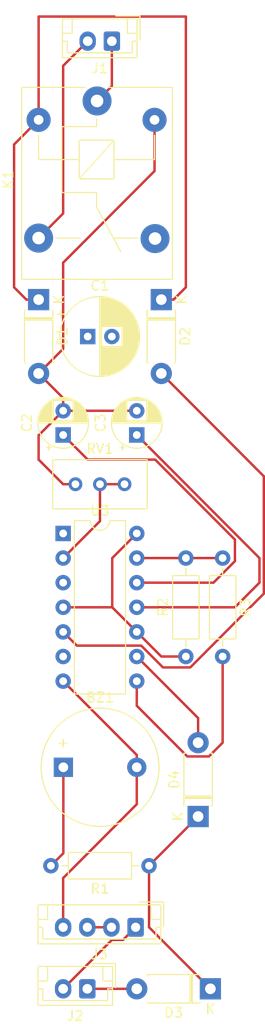
<source format=kicad_pcb>
(kicad_pcb (version 20221018) (generator pcbnew)
  (layers (0 "F.Cu" signal) (31 "B.Cu" signal) (34 "B.Paste" user) (35 "F.Paste" user) (36 "B.SilkS" user "B.Silkscreen") (37 "F.SilkS" user "F.Silkscreen") (38 "B.Mask" user) (39 "F.Mask" user) (44 "Edge.Cuts" user))
  (net 0 "")
  (net 1 "Net-(BZ1--)")
  (net 2 "GNDREF")
  (net 3 "Net-(D3-A)")
  (net 4 "Net-(U3A-THR)")
  (net 5 "Net-(U3B-THR)")
  (net 6 "Net-(U3B-CV)")
  (net 7 "Net-(D1-K)")
  (net 8 "Net-(D2-A)")
  (net 9 "Net-(D3-K)")
  (net 10 "Net-(D4-A)")
  (net 11 "+12C")
  (net 12 "GND1")
  (net 13 "VCC")
  (net 14 "Net-(J3-Pin_2)")
  (net 16 "Net-(U3B-DIS)")
  (footprint "Resistor_THT:R_Axial_DIN0207_L6.3mm_D2.5mm_P10.16mm_Horizontal" (layer "F.Cu") (at 128.27 123.19 180)
    (fp_text reference "R1" (at 5.08 -2.37) (layer "F.SilkS"))
    (fp_text value "R")
    (pad "1" thru_hole circle (at 0 0 180) (size 1.6 1.6) (drill 0.8) (layers "*.Cu" "*.Mask") (net 9 "Net-(D3-K)"))
    (pad "2" thru_hole oval (at 10.16 0 180) (size 1.6 1.6) (drill 0.8) (layers "*.Cu" "*.Mask") (net 1 "Net-(BZ1--)"))
  )
  (footprint "Buzzer_Beeper:Buzzer_12x9.5RM7.6" (layer "F.Cu") (at 119.4 113.03)
    (fp_text reference "BZ1" (at 3.8 -7.2) (layer "F.SilkS"))
    (fp_text value "Buzzer")
    (fp_text user "+" (at -0.01 -2.54) (layer "F.SilkS"))
    (pad "1" thru_hole rect (at 0 0) (size 2 2) (drill 1) (layers "*.Cu" "*.Mask") (net 1 "Net-(BZ1--)"))
    (pad "2" thru_hole circle (at 7.6 0) (size 2 2) (drill 1) (layers "*.Cu" "*.Mask") (net 2 "GNDREF"))
  )
  (footprint "Resistor_THT:R_Axial_DIN0207_L6.3mm_D2.5mm_P10.16mm_Horizontal" (layer "F.Cu") (at 132.08 101.6 90)
    (fp_text reference "R2" (at 5.08 -2.37 90) (layer "F.SilkS"))
    (fp_text value "R")
    (pad "1" thru_hole circle (at 0 0 90) (size 1.6 1.6) (drill 0.8) (layers "*.Cu" "*.Mask") (net 13 "VCC"))
    (pad "2" thru_hole oval (at 10.16 0 90) (size 1.6 1.6) (drill 0.8) (layers "*.Cu" "*.Mask") (net 16 "Net-(U3B-DIS)"))
  )
  (footprint "Diode_THT:D_DO-41_SOD81_P7.62mm_Horizontal" (layer "F.Cu") (at 133.35 118.11 90)
    (fp_text reference "D4" (at 3.81 -2.47 90) (layer "F.SilkS"))
    (fp_text value "1N4001")
    (fp_text user "K" (at 0 -2.1 90) (layer "F.SilkS"))
    (pad "1" thru_hole rect (at 0 0 90) (size 2.2 2.2) (drill 1.1) (layers "*.Cu" "*.Mask") (net 9 "Net-(D3-K)"))
    (pad "2" thru_hole oval (at 7.62 0 90) (size 2.2 2.2) (drill 1.1) (layers "*.Cu" "*.Mask") (net 10 "Net-(D4-A)"))
  )
  (footprint "Diode_THT:D_DO-41_SOD81_P7.62mm_Horizontal" (layer "F.Cu") (at 134.62 135.89 180)
    (fp_text reference "D3" (at 3.81 -2.47) (layer "F.SilkS"))
    (fp_text value "1N4001")
    (fp_text user "K" (at 0 -2.1) (layer "F.SilkS"))
    (pad "1" thru_hole rect (at 0 0 180) (size 2.2 2.2) (drill 1.1) (layers "*.Cu" "*.Mask") (net 9 "Net-(D3-K)"))
    (pad "2" thru_hole oval (at 7.62 0 180) (size 2.2 2.2) (drill 1.1) (layers "*.Cu" "*.Mask") (net 3 "Net-(D3-A)"))
  )
  (footprint "Connector_JST:JST_EH_B2B-EH-A_1x02_P2.50mm_Vertical" (layer "F.Cu") (at 121.88 135.89 180)
    (fp_text reference "J2" (at 1.25 -2.8) (layer "F.SilkS"))
    (fp_text value "Barrel_Jack")
    (pad "1" thru_hole roundrect (at 0 0 180) (size 1.7 2) (drill 1) (layers "*.Cu" "*.Mask") (roundrect_rratio 0.147059) (net 3 "Net-(D3-A)"))
    (pad "2" thru_hole oval (at 2.5 0 180) (size 1.7 2) (drill 1) (layers "*.Cu" "*.Mask") (net 13 "VCC"))
  )
  (footprint "Package_DIP:DIP-14_W7.62mm" (layer "F.Cu") (at 119.38 88.9)
    (fp_text reference "U3" (at 3.81 -2.33) (layer "F.SilkS"))
    (fp_text value "LM556")
    (pad "1" thru_hole rect (at 0 0) (size 1.6 1.6) (drill 0.8) (layers "*.Cu" "*.Mask"))
    (pad "2" thru_hole oval (at 0 2.54) (size 1.6 1.6) (drill 0.8) (layers "*.Cu" "*.Mask") (net 4 "Net-(U3A-THR)"))
    (pad "3" thru_hole oval (at 0 5.08) (size 1.6 1.6) (drill 0.8) (layers "*.Cu" "*.Mask"))
    (pad "4" thru_hole oval (at 0 7.62) (size 1.6 1.6) (drill 0.8) (layers "*.Cu" "*.Mask") (net 13 "VCC"))
    (pad "5" thru_hole oval (at 0 10.16) (size 1.6 1.6) (drill 0.8) (layers "*.Cu" "*.Mask") (net 8 "Net-(D2-A)"))
    (pad "6" thru_hole oval (at 0 12.7) (size 1.6 1.6) (drill 0.8) (layers "*.Cu" "*.Mask"))
    (pad "7" thru_hole oval (at 0 15.24) (size 1.6 1.6) (drill 0.8) (layers "*.Cu" "*.Mask") (net 2 "GNDREF"))
    (pad "8" thru_hole oval (at 7.62 15.24) (size 1.6 1.6) (drill 0.8) (layers "*.Cu" "*.Mask") (net 5 "Net-(U3B-THR)"))
    (pad "9" thru_hole oval (at 7.62 12.7) (size 1.6 1.6) (drill 0.8) (layers "*.Cu" "*.Mask") (net 10 "Net-(D4-A)"))
    (pad "10" thru_hole oval (at 7.62 10.16) (size 1.6 1.6) (drill 0.8) (layers "*.Cu" "*.Mask") (net 13 "VCC"))
    (pad "11" thru_hole oval (at 7.62 7.62) (size 1.6 1.6) (drill 0.8) (layers "*.Cu" "*.Mask") (net 6 "Net-(U3B-CV)"))
    (pad "12" thru_hole oval (at 7.62 5.08) (size 1.6 1.6) (drill 0.8) (layers "*.Cu" "*.Mask") (net 5 "Net-(U3B-THR)"))
    (pad "13" thru_hole oval (at 7.62 2.54) (size 1.6 1.6) (drill 0.8) (layers "*.Cu" "*.Mask") (net 16 "Net-(U3B-DIS)"))
    (pad "14" thru_hole oval (at 7.62 0) (size 1.6 1.6) (drill 0.8) (layers "*.Cu" "*.Mask") (net 13 "VCC"))
  )
  (footprint "Capacitor_THT:CP_Radial_D5.0mm_P2.50mm" (layer "F.Cu") (at 127 78.74 90)
    (fp_text reference "C3" (at 1.25 -3.75 90) (layer "F.SilkS"))
    (fp_text value "C_Polarized")
    (pad "1" thru_hole rect (at 0 0 90) (size 1.6 1.6) (drill 0.8) (layers "*.Cu" "*.Mask") (net 6 "Net-(U3B-CV)"))
    (pad "2" thru_hole circle (at 2.5 0 90) (size 1.6 1.6) (drill 0.8) (layers "*.Cu" "*.Mask") (net 2 "GNDREF"))
  )
  (footprint "Potentiometer_THT:Potentiometer_Bourns_3296W_Vertical" (layer "F.Cu") (at 125.73 83.82)
    (fp_text reference "RV1" (at -2.54 -3.66) (layer "F.SilkS"))
    (fp_text value "R_Potentiometer")
    (pad "1" thru_hole circle (at 0 0) (size 1.44 1.44) (drill 0.8) (layers "*.Cu" "*.Mask") (net 4 "Net-(U3A-THR)"))
    (pad "2" thru_hole circle (at -2.54 0) (size 1.44 1.44) (drill 0.8) (layers "*.Cu" "*.Mask") (net 4 "Net-(U3A-THR)"))
    (pad "3" thru_hole circle (at -5.08 0) (size 1.44 1.44) (drill 0.8) (layers "*.Cu" "*.Mask") (net 2 "GNDREF"))
  )
  (footprint "Relay_THT:Relay_SPDT_SANYOU_SRD_Series_Form_C" (layer "F.Cu") (at 122.89 44.27 -90)
    (fp_text reference "K1" (at 8.1 9.2 90) (layer "F.SilkS"))
    (fp_text value "SANYOU_SRD_Form_C")
    (pad "1" thru_hole circle (at 0 0) (size 3 3) (drill 1.3) (layers "*.Cu" "*.Mask") (net 11 "+12C"))
    (pad "2" thru_hole circle (at 1.95 6.05) (size 2.5 2.5) (drill 1) (layers "*.Cu" "*.Mask") (net 7 "Net-(D1-K)"))
    (pad "3" thru_hole circle (at 14.15 6.05) (size 3 3) (drill 1.3) (layers "*.Cu" "*.Mask") (net 12 "GND1"))
    (pad "4" thru_hole circle (at 14.2 -6) (size 3 3) (drill 1.3) (layers "*.Cu" "*.Mask"))
    (pad "5" thru_hole circle (at 1.95 -5.95) (size 2.5 2.5) (drill 1) (layers "*.Cu" "*.Mask") (net 2 "GNDREF"))
  )
  (footprint "Diode_THT:D_DO-41_SOD81_P7.62mm_Horizontal" (layer "F.Cu") (at 129.54 64.77 -90)
    (fp_text reference "D2" (at 3.81 -2.47 90) (layer "F.SilkS"))
    (fp_text value "1N4001")
    (fp_text user "K" (at 0 -2.1 90) (layer "F.SilkS"))
    (pad "1" thru_hole rect (at 0 0 270) (size 2.2 2.2) (drill 1.1) (layers "*.Cu" "*.Mask") (net 7 "Net-(D1-K)"))
    (pad "2" thru_hole oval (at 7.62 0 270) (size 2.2 2.2) (drill 1.1) (layers "*.Cu" "*.Mask") (net 8 "Net-(D2-A)"))
  )
  (footprint "Connector_JST:JST_EH_B2B-EH-A_1x02_P2.50mm_Vertical" (layer "F.Cu") (at 124.42 38.1 180)
    (fp_text reference "J1" (at 1.25 -2.8) (layer "F.SilkS"))
    (fp_text value "Conn_01x02_Pin")
    (pad "1" thru_hole roundrect (at 0 0 180) (size 1.7 2) (drill 1) (layers "*.Cu" "*.Mask") (roundrect_rratio 0.147059) (net 11 "+12C"))
    (pad "2" thru_hole oval (at 2.5 0 180) (size 1.7 2) (drill 1) (layers "*.Cu" "*.Mask") (net 12 "GND1"))
  )
  (footprint "Capacitor_THT:CP_Radial_D5.0mm_P2.50mm" (layer "F.Cu") (at 119.38 78.74 90)
    (fp_text reference "C2" (at 1.25 -3.75 90) (layer "F.SilkS"))
    (fp_text value "C_Polarized")
    (pad "1" thru_hole rect (at 0 0 90) (size 1.6 1.6) (drill 0.8) (layers "*.Cu" "*.Mask") (net 5 "Net-(U3B-THR)"))
    (pad "2" thru_hole circle (at 2.5 0 90) (size 1.6 1.6) (drill 0.8) (layers "*.Cu" "*.Mask") (net 2 "GNDREF"))
  )
  (footprint "Diode_THT:D_DO-41_SOD81_P7.62mm_Horizontal" (layer "F.Cu") (at 116.84 64.77 -90)
    (fp_text reference "D1" (at 3.81 -2.47 90) (layer "F.SilkS"))
    (fp_text value "1N4001")
    (fp_text user "K" (at 0 -2.1 90) (layer "F.SilkS"))
    (pad "1" thru_hole rect (at 0 0 270) (size 2.2 2.2) (drill 1.1) (layers "*.Cu" "*.Mask") (net 7 "Net-(D1-K)"))
    (pad "2" thru_hole oval (at 7.62 0 270) (size 2.2 2.2) (drill 1.1) (layers "*.Cu" "*.Mask") (net 2 "GNDREF"))
  )
  (footprint "Capacitor_THT:CP_Radial_D8.0mm_P2.50mm" (layer "F.Cu") (at 121.92 68.58)
    (fp_text reference "C1" (at 1.25 -5.25) (layer "F.SilkS"))
    (fp_text value "C_Polarized")
    (pad "1" thru_hole rect (at 0 0) (size 1.6 1.6) (drill 0.8) (layers "*.Cu" "*.Mask") (net 3 "Net-(D3-A)"))
    (pad "2" thru_hole circle (at 2.5 0) (size 1.6 1.6) (drill 0.8) (layers "*.Cu" "*.Mask") (net 4 "Net-(U3A-THR)"))
  )
  (footprint "Connector_JST:JST_EH_B4B-EH-A_1x04_P2.50mm_Vertical" (layer "F.Cu") (at 126.88 129.54 180)
    (fp_text reference "J3" (at 3.75 -2.8) (layer "F.SilkS"))
    (fp_text value "Conn_01x04_Pin")
    (pad "1" thru_hole roundrect (at 0 0 180) (size 1.7 1.95) (drill 0.95) (layers "*.Cu" "*.Mask") (roundrect_rratio 0.147059) (net 13 "VCC"))
    (pad "2" thru_hole oval (at 2.5 0 180) (size 1.7 1.95) (drill 0.95) (layers "*.Cu" "*.Mask") (net 14 "Net-(J3-Pin_2)"))
    (pad "3" thru_hole oval (at 5 0 180) (size 1.7 1.95) (drill 0.95) (layers "*.Cu" "*.Mask") (net 14 "Net-(J3-Pin_2)"))
    (pad "4" thru_hole oval (at 7.5 0 180) (size 1.7 1.95) (drill 0.95) (layers "*.Cu" "*.Mask") (net 2 "GNDREF"))
  )
  (footprint "Resistor_THT:R_Axial_DIN0207_L6.3mm_D2.5mm_P10.16mm_Horizontal" (layer "F.Cu") (at 135.89 91.44 -90)
    (fp_text reference "R3" (at 5.08 -2.37 90) (layer "F.SilkS"))
    (fp_text value "R")
    (pad "1" thru_hole circle (at 0 0 270) (size 1.6 1.6) (drill 0.8) (layers "*.Cu" "*.Mask") (net 16 "Net-(U3B-DIS)"))
    (pad "2" thru_hole oval (at 10.16 0 270) (size 1.6 1.6) (drill 0.8) (layers "*.Cu" "*.Mask") (net 5 "Net-(U3B-THR)"))
  )
  (segment (start 119.4 113.03) (end 119.4 121.9) (width 0.25) (layer "F.Cu") (net 1))
  (segment (start 119.4 121.9) (end 118.11 123.19) (width 0.25) (layer "F.Cu") (net 1))
  (segment (start 127 113.03) (end 127 116.84) (width 0.25) (layer "F.Cu") (net 2))
  (segment (start 119.38 83.82) (end 120.65 83.82) (width 0.25) (layer "F.Cu") (net 2))
  (segment (start 127 116.84) (end 119.38 124.46) (width 0.25) (layer "F.Cu") (net 2))
  (segment (start 127 113.03) (end 127 111.76) (width 0.25) (layer "F.Cu") (net 2))
  (segment (start 119.38 74.93) (end 116.84 72.39) (width 0.25) (layer "F.Cu") (net 2))
  (segment (start 116.88 78.74) (end 116.84 78.74) (width 0.25) (layer "F.Cu") (net 2))
  (segment (start 116.84 78.74) (end 116.84 81.28) (width 0.25) (layer "F.Cu") (net 2))
  (segment (start 119.38 124.46) (end 119.38 129.54) (width 0.25) (layer "F.Cu") (net 2))
  (segment (start 119.38 60.96) (end 128.84 51.5) (width 0.25) (layer "F.Cu") (net 2))
  (segment (start 127 76.24) (end 119.38 76.24) (width 0.25) (layer "F.Cu") (net 2))
  (segment (start 116.84 72.39) (end 119.38 69.85) (width 0.25) (layer "F.Cu") (net 2))
  (segment (start 127 111.76) (end 119.38 104.14) (width 0.25) (layer "F.Cu") (net 2))
  (segment (start 128.84 51.5) (end 128.84 46.22) (width 0.25) (layer "F.Cu") (net 2))
  (segment (start 119.38 69.85) (end 119.38 60.96) (width 0.25) (layer "F.Cu") (net 2))
  (segment (start 119.38 76.24) (end 119.38 74.93) (width 0.25) (layer "F.Cu") (net 2))
  (segment (start 119.38 76.24) (end 116.88 78.74) (width 0.25) (layer "F.Cu") (net 2))
  (segment (start 116.84 81.28) (end 119.38 83.82) (width 0.25) (layer "F.Cu") (net 2))
  (segment (start 121.88 135.89) (end 127 135.89) (width 0.25) (layer "F.Cu") (net 3))
  (segment (start 123.19 87.63) (end 119.38 91.44) (width 0.25) (layer "F.Cu") (net 4))
  (segment (start 125.73 83.82) (end 123.19 83.82) (width 0.25) (layer "F.Cu") (net 4))
  (segment (start 123.19 83.82) (end 123.19 87.63) (width 0.25) (layer "F.Cu") (net 4))
  (segment (start 137.16 91.76099) (end 137.16 89.536396) (width 0.25) (layer "F.Cu") (net 5))
  (segment (start 134.469692 111.910308) (end 135.89 110.49) (width 0.25) (layer "F.Cu") (net 5))
  (segment (start 134.94099 93.98) (end 137.16 91.76099) (width 0.25) (layer "F.Cu") (net 5))
  (segment (start 128.903604 81.28) (end 121.92 81.28) (width 0.25) (layer "F.Cu") (net 5))
  (segment (start 132.230308 111.910308) (end 134.469692 111.910308) (width 0.25) (layer "F.Cu") (net 5))
  (segment (start 127 93.98) (end 134.94099 93.98) (width 0.25) (layer "F.Cu") (net 5))
  (segment (start 127 104.14) (end 127 106.68) (width 0.25) (layer "F.Cu") (net 5))
  (segment (start 121.92 81.28) (end 119.38 78.74) (width 0.25) (layer "F.Cu") (net 5))
  (segment (start 127 106.68) (end 132.230308 111.910308) (width 0.25) (layer "F.Cu") (net 5))
  (segment (start 135.89 110.49) (end 135.89 101.6) (width 0.25) (layer "F.Cu") (net 5))
  (segment (start 137.16 89.536396) (end 128.903604 81.28) (width 0.25) (layer "F.Cu") (net 5))
  (segment (start 137.16 96.52) (end 127 96.52) (width 0.25) (layer "F.Cu") (net 6))
  (segment (start 139.7 91.44) (end 139.7 93.98) (width 0.25) (layer "F.Cu") (net 6))
  (segment (start 139.7 93.98) (end 137.16 96.52) (width 0.25) (layer "F.Cu") (net 6))
  (segment (start 127 78.74) (end 139.7 91.44) (width 0.25) (layer "F.Cu") (net 6))
  (segment (start 116.84 64.77) (end 115.57 64.77) (width 0.25) (layer "F.Cu") (net 7))
  (segment (start 116.84 46.22) (end 116.84 35.56) (width 0.25) (layer "F.Cu") (net 7))
  (segment (start 114.3 48.76) (end 116.84 46.22) (width 0.25) (layer "F.Cu") (net 7))
  (segment (start 116.84 35.56) (end 132.08 35.56) (width 0.25) (layer "F.Cu") (net 7))
  (segment (start 130.81 64.77) (end 129.54 64.77) (width 0.25) (layer "F.Cu") (net 7))
  (segment (start 132.08 63.5) (end 130.81 64.77) (width 0.25) (layer "F.Cu") (net 7))
  (segment (start 114.3 63.5) (end 114.3 48.76) (width 0.25) (layer "F.Cu") (net 7))
  (segment (start 132.08 35.56) (end 132.08 63.5) (width 0.25) (layer "F.Cu") (net 7))
  (segment (start 115.57 64.77) (end 114.3 63.5) (width 0.25) (layer "F.Cu") (net 7))
  (segment (start 132.538878 102.725) (end 129.708878 102.725) (width 0.25) (layer "F.Cu") (net 8))
  (segment (start 140.15 83) (end 140.15 95.113878) (width 0.25) (layer "F.Cu") (net 8))
  (segment (start 129.54 72.39) (end 140.15 83) (width 0.25) (layer "F.Cu") (net 8))
  (segment (start 129.708878 102.725) (end 127.458878 100.475) (width 0.25) (layer "F.Cu") (net 8))
  (segment (start 140.15 95.113878) (end 132.538878 102.725) (width 0.25) (layer "F.Cu") (net 8))
  (segment (start 120.795 100.475) (end 119.38 99.06) (width 0.25) (layer "F.Cu") (net 8))
  (segment (start 127.458878 100.475) (end 120.795 100.475) (width 0.25) (layer "F.Cu") (net 8))
  (segment (start 133.35 118.11) (end 128.27 123.19) (width 0.25) (layer "F.Cu") (net 9))
  (segment (start 128.27 129.54) (end 134.62 135.89) (width 0.25) (layer "F.Cu") (net 9))
  (segment (start 128.27 123.19) (end 128.27 129.54) (width 0.25) (layer "F.Cu") (net 9))
  (segment (start 133.35 107.95) (end 127 101.6) (width 0.25) (layer "F.Cu") (net 10))
  (segment (start 133.35 110.49) (end 133.35 107.95) (width 0.25) (layer "F.Cu") (net 10))
  (segment (start 122.89 44.27) (end 124.42 42.74) (width 0.25) (layer "F.Cu") (net 11))
  (segment (start 124.42 42.74) (end 124.42 38.1) (width 0.25) (layer "F.Cu") (net 11))
  (segment (start 119.38 55.88) (end 116.84 58.42) (width 0.25) (layer "F.Cu") (net 12))
  (segment (start 121.92 38.1) (end 119.38 40.64) (width 0.25) (layer "F.Cu") (net 12))
  (segment (start 119.38 40.64) (end 119.38 55.88) (width 0.25) (layer "F.Cu") (net 12))
  (segment (start 132.08 101.6) (end 129.54 101.6) (width 0.25) (layer "F.Cu") (net 13))
  (segment (start 127 88.9) (end 124.46 91.44) (width 0.25) (layer "F.Cu") (net 13))
  (segment (start 119.38 135.89) (end 124.431247 130.838753) (width 0.25) (layer "F.Cu") (net 13))
  (segment (start 124.46 91.44) (end 124.46 96.52) (width 0.25) (layer "F.Cu") (net 13))
  (segment (start 129.54 101.6) (end 127 99.06) (width 0.25) (layer "F.Cu") (net 13))
  (segment (start 124.431247 130.838753) (end 125.581247 130.838753) (width 0.25) (layer "F.Cu") (net 13))
  (segment (start 119.38 96.52) (end 124.46 96.52) (width 0.25) (layer "F.Cu") (net 13))
  (segment (start 124.46 96.52) (end 127 99.06) (width 0.25) (layer "F.Cu") (net 13))
  (segment (start 125.581247 130.838753) (end 126.88 129.54) (width 0.25) (layer "F.Cu") (net 13))
  (segment (start 121.88 129.54) (end 124.38 129.54) (width 0.25) (layer "F.Cu") (net 14))
  (segment (start 135.89 91.44) (end 132.08 91.44) (width 0.25) (layer "F.Cu") (net 16))
  (segment (start 132.08 91.44) (end 127 91.44) (width 0.25) (layer "F.Cu") (net 16))
)
</source>
